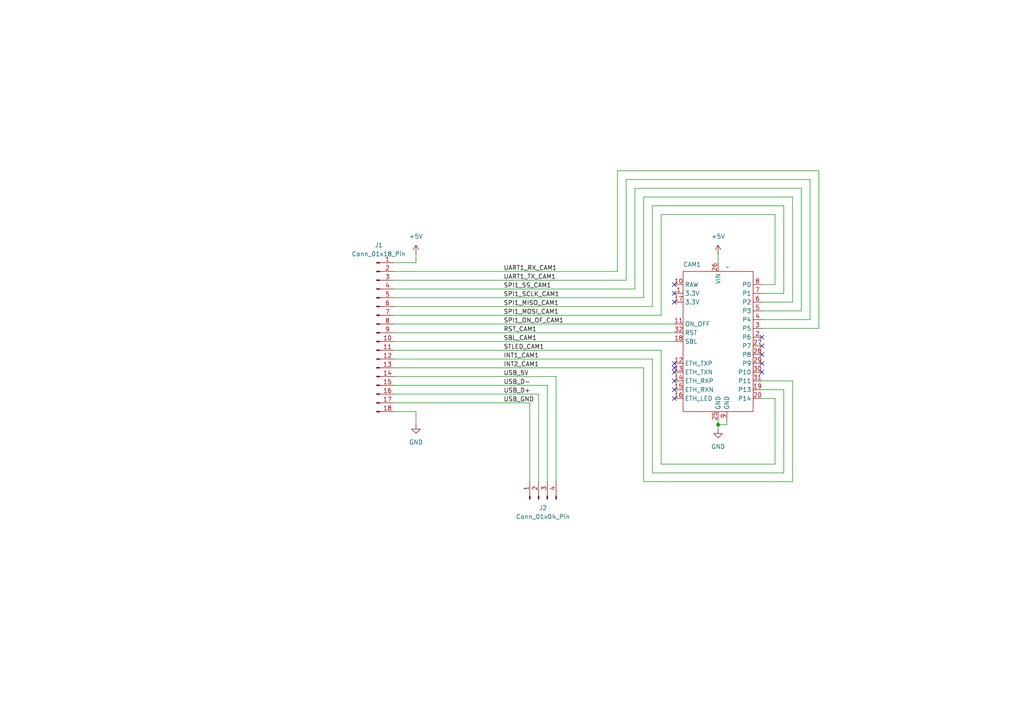
<source format=kicad_sch>
(kicad_sch (version 20250114) (generator "eeschema") (generator_version "9.0")
  (paper "A4")
  (lib_symbols
    (symbol "B.RobotsJr:OpenMV-RT1062"
      (property "Reference" "CAM1" (at -10.16 22.352 0))
      (property "Value" "~" (at 2.1433 21.59 0))
      (symbol "OpenMV-RT1062_0_1"
        (rectangle (start -10.16 20.32) (end 10.16 -20.32))
      )
      (symbol "OpenMV-RT1062_1_1"
        (pin power_out line (at -12.7 16.51 0) (length 2.54) (name "RAW") (number "10"))
        (pin power_out line (at -12.7 13.97 0) (length 2.54) (name "3.3V") (number "1"))
        (pin power_out line (at -12.7 11.43 0) (length 2.54) (name "3.3V") (number "17"))
        (pin input line (at -12.7 5.08 0) (length 2.54) (name "ON_OFF") (number "11"))
        (pin input line (at -12.7 2.54 0) (length 2.54) (name "RST") (number "32"))
        (pin input line (at -12.7 0 0) (length 2.54) (name "SBL") (number "18"))
        (pin output line (at -12.7 -6.35 0) (length 2.54) (name "ETH_TXP") (number "12"))
        (pin output line (at -12.7 -8.89 0) (length 2.54) (name "ETH_TXN") (number "13"))
        (pin output line (at -12.7 -11.43 0) (length 2.54) (name "ETH_RXP") (number "14"))
        (pin output line (at -12.7 -13.97 0) (length 2.54) (name "ETH_RXN") (number "15"))
        (pin output line (at -12.7 -16.51 0) (length 2.54) (name "ETH_LED") (number "16"))
        (pin power_in line (at 0 22.86 270) (length 2.54) (name "VIN") (number "26"))
        (pin power_in line (at 0 -22.86 90) (length 2.54) (name "GND") (number "25"))
        (pin power_out line (at 2.54 -22.86 90) (length 2.54) (name "GND") (number "9"))
        (pin bidirectional line (at 12.7 16.51 180) (length 2.54) (name "P0") (number "8"))
        (pin bidirectional line (at 12.7 13.97 180) (length 2.54) (name "P1") (number "7"))
        (pin bidirectional line (at 12.7 11.43 180) (length 2.54) (name "P2") (number "6"))
        (pin bidirectional line (at 12.7 8.89 180) (length 2.54) (name "P3") (number "5"))
        (pin bidirectional line (at 12.7 6.35 180) (length 2.54) (name "P4") (number "4"))
        (pin bidirectional line (at 12.7 3.81 180) (length 2.54) (name "P5") (number "3"))
        (pin bidirectional line (at 12.7 1.27 180) (length 2.54) (name "P6") (number "2"))
        (pin bidirectional line (at 12.7 -1.27 180) (length 2.54) (name "P7") (number "27"))
        (pin bidirectional line (at 12.7 -3.81 180) (length 2.54) (name "P8") (number "28"))
        (pin bidirectional line (at 12.7 -6.35 180) (length 2.54) (name "P9") (number "29"))
        (pin bidirectional line (at 12.7 -8.89 180) (length 2.54) (name "P10") (number "30"))
        (pin bidirectional line (at 12.7 -11.43 180) (length 2.54) (name "P11") (number "31"))
        (pin input line (at 12.7 -13.97 180) (length 2.54) (name "P13") (number "19"))
        (pin input line (at 12.7 -16.51 180) (length 2.54) (name "P14") (number "20"))
      )
    )
    (symbol "Connector:Conn_01x04_Pin" (pin_names (offset 1.016) (hide yes))
      (property "Reference" "J" (at 0 5.08 0))
      (property "Value" "Conn_01x04_Pin" (at 0 -7.62 0))
      (symbol "Conn_01x04_Pin_1_1"
        (rectangle (start 0.8636 2.667) (end 0 2.413) (stroke (width 0.1524)) (fill (type outline)))
        (rectangle (start 0.8636 0.127) (end 0 -0.127) (stroke (width 0.1524)) (fill (type outline)))
        (rectangle (start 0.8636 -2.413) (end 0 -2.667) (stroke (width 0.1524)) (fill (type outline)))
        (rectangle (start 0.8636 -4.953) (end 0 -5.207) (stroke (width 0.1524)) (fill (type outline)))
        (polyline (pts (xy 1.27 2.54) (xy 0.8636 2.54)) (stroke (width 0.1524)))
        (polyline (pts (xy 1.27 0) (xy 0.8636 0)) (stroke (width 0.1524)))
        (polyline (pts (xy 1.27 -2.54) (xy 0.8636 -2.54)) (stroke (width 0.1524)))
        (polyline (pts (xy 1.27 -5.08) (xy 0.8636 -5.08)) (stroke (width 0.1524)))
        (pin passive line (at 5.08 2.54 180) (length 3.81) (name "Pin_1") (number "1"))
        (pin passive line (at 5.08 0 180) (length 3.81) (name "Pin_2") (number "2"))
        (pin passive line (at 5.08 -2.54 180) (length 3.81) (name "Pin_3") (number "3"))
        (pin passive line (at 5.08 -5.08 180) (length 3.81) (name "Pin_4") (number "4"))
      )
    )
    (symbol "Connector:Conn_01x18_Pin" (pin_names (offset 1.016) (hide yes))
      (property "Reference" "J" (at 0 22.86 0))
      (property "Value" "Conn_01x18_Pin" (at 0 -25.4 0))
      (symbol "Conn_01x18_Pin_1_1"
        (rectangle (start 0.8636 20.447) (end 0 20.193) (stroke (width 0.1524)) (fill (type outline)))
        (rectangle (start 0.8636 17.907) (end 0 17.653) (stroke (width 0.1524)) (fill (type outline)))
        (rectangle (start 0.8636 15.367) (end 0 15.113) (stroke (width 0.1524)) (fill (type outline)))
        (rectangle (start 0.8636 12.827) (end 0 12.573) (stroke (width 0.1524)) (fill (type outline)))
        (rectangle (start 0.8636 10.287) (end 0 10.033) (stroke (width 0.1524)) (fill (type outline)))
        (rectangle (start 0.8636 7.747) (end 0 7.493) (stroke (width 0.1524)) (fill (type outline)))
        (rectangle (start 0.8636 5.207) (end 0 4.953) (stroke (width 0.1524)) (fill (type outline)))
        (rectangle (start 0.8636 2.667) (end 0 2.413) (stroke (width 0.1524)) (fill (type outline)))
        (rectangle (start 0.8636 0.127) (end 0 -0.127) (stroke (width 0.1524)) (fill (type outline)))
        (rectangle (start 0.8636 -2.413) (end 0 -2.667) (stroke (width 0.1524)) (fill (type outline)))
        (rectangle (start 0.8636 -4.953) (end 0 -5.207) (stroke (width 0.1524)) (fill (type outline)))
        (rectangle (start 0.8636 -7.493) (end 0 -7.747) (stroke (width 0.1524)) (fill (type outline)))
        (rectangle (start 0.8636 -10.033) (end 0 -10.287) (stroke (width 0.1524)) (fill (type outline)))
        (rectangle (start 0.8636 -12.573) (end 0 -12.827) (stroke (width 0.1524)) (fill (type outline)))
        (rectangle (start 0.8636 -15.113) (end 0 -15.367) (stroke (width 0.1524)) (fill (type outline)))
        (rectangle (start 0.8636 -17.653) (end 0 -17.907) (stroke (width 0.1524)) (fill (type outline)))
        (rectangle (start 0.8636 -20.193) (end 0 -20.447) (stroke (width 0.1524)) (fill (type outline)))
        (rectangle (start 0.8636 -22.733) (end 0 -22.987) (stroke (width 0.1524)) (fill (type outline)))
        (polyline (pts (xy 1.27 20.32) (xy 0.8636 20.32)) (stroke (width 0.1524)))
        (polyline (pts (xy 1.27 17.78) (xy 0.8636 17.78)) (stroke (width 0.1524)))
        (polyline (pts (xy 1.27 15.24) (xy 0.8636 15.24)) (stroke (width 0.1524)))
        (polyline (pts (xy 1.27 12.7) (xy 0.8636 12.7)) (stroke (width 0.1524)))
        (polyline (pts (xy 1.27 10.16) (xy 0.8636 10.16)) (stroke (width 0.1524)))
        (polyline (pts (xy 1.27 7.62) (xy 0.8636 7.62)) (stroke (width 0.1524)))
        (polyline (pts (xy 1.27 5.08) (xy 0.8636 5.08)) (stroke (width 0.1524)))
        (polyline (pts (xy 1.27 2.54) (xy 0.8636 2.54)) (stroke (width 0.1524)))
        (polyline (pts (xy 1.27 0) (xy 0.8636 0)) (stroke (width 0.1524)))
        (polyline (pts (xy 1.27 -2.54) (xy 0.8636 -2.54)) (stroke (width 0.1524)))
        (polyline (pts (xy 1.27 -5.08) (xy 0.8636 -5.08)) (stroke (width 0.1524)))
        (polyline (pts (xy 1.27 -7.62) (xy 0.8636 -7.62)) (stroke (width 0.1524)))
        (polyline (pts (xy 1.27 -10.16) (xy 0.8636 -10.16)) (stroke (width 0.1524)))
        (polyline (pts (xy 1.27 -12.7) (xy 0.8636 -12.7)) (stroke (width 0.1524)))
        (polyline (pts (xy 1.27 -15.24) (xy 0.8636 -15.24)) (stroke (width 0.1524)))
        (polyline (pts (xy 1.27 -17.78) (xy 0.8636 -17.78)) (stroke (width 0.1524)))
        (polyline (pts (xy 1.27 -20.32) (xy 0.8636 -20.32)) (stroke (width 0.1524)))
        (polyline (pts (xy 1.27 -22.86) (xy 0.8636 -22.86)) (stroke (width 0.1524)))
        (pin passive line (at 5.08 20.32 180) (length 3.81) (name "Pin_1") (number "1"))
        (pin passive line (at 5.08 17.78 180) (length 3.81) (name "Pin_2") (number "2"))
        (pin passive line (at 5.08 15.24 180) (length 3.81) (name "Pin_3") (number "3"))
        (pin passive line (at 5.08 12.7 180) (length 3.81) (name "Pin_4") (number "4"))
        (pin passive line (at 5.08 10.16 180) (length 3.81) (name "Pin_5") (number "5"))
        (pin passive line (at 5.08 7.62 180) (length 3.81) (name "Pin_6") (number "6"))
        (pin passive line (at 5.08 5.08 180) (length 3.81) (name "Pin_7") (number "7"))
        (pin passive line (at 5.08 2.54 180) (length 3.81) (name "Pin_8") (number "8"))
        (pin passive line (at 5.08 0 180) (length 3.81) (name "Pin_9") (number "9"))
        (pin passive line (at 5.08 -2.54 180) (length 3.81) (name "Pin_10") (number "10"))
        (pin passive line (at 5.08 -5.08 180) (length 3.81) (name "Pin_11") (number "11"))
        (pin passive line (at 5.08 -7.62 180) (length 3.81) (name "Pin_12") (number "12"))
        (pin passive line (at 5.08 -10.16 180) (length 3.81) (name "Pin_13") (number "13"))
        (pin passive line (at 5.08 -12.7 180) (length 3.81) (name "Pin_14") (number "14"))
        (pin passive line (at 5.08 -15.24 180) (length 3.81) (name "Pin_15") (number "15"))
        (pin passive line (at 5.08 -17.78 180) (length 3.81) (name "Pin_16") (number "16"))
        (pin passive line (at 5.08 -20.32 180) (length 3.81) (name "Pin_17") (number "17"))
        (pin passive line (at 5.08 -22.86 180) (length 3.81) (name "Pin_18") (number "18"))
      )
    )
    (symbol "power:+5V" (power) (pin_numbers (hide yes)) (pin_names (offset 0) (hide yes))
      (property "Value" "+5V" (at 0 3.556 0))
      (symbol "+5V_0_1"
        (polyline (pts (xy -0.762 1.27) (xy 0 2.54)))
        (polyline (pts (xy 0 2.54) (xy 0.762 1.27)))
        (polyline (pts (xy 0 0) (xy 0 2.54)))
      )
      (symbol "+5V_1_1"
        (pin power_in line (at 0 0 90) (length 0) (name "~") (number "1"))
      )
    )
    (symbol "power:GND" (power) (pin_numbers (hide yes)) (pin_names (offset 0) (hide yes))
      (property "Value" "GND" (at 0 -3.81 0))
      (symbol "GND_0_1"
        (polyline (pts (xy 0 0) (xy 0 -1.27) (xy 1.27 -1.27) (xy 0 -2.54) (xy -1.27 -1.27) (xy 0 -1.27)))
      )
      (symbol "GND_1_1"
        (pin power_in line (at 0 0 270) (length 0) (name "~") (number "1"))
      )
    )
  )
  (junction (at 208.28 123.19))
  (no_connect (at 220.98 105.41))
  (no_connect (at 195.58 113.03))
  (no_connect (at 220.98 102.87))
  (no_connect (at 195.58 107.95))
  (no_connect (at 220.98 107.95))
  (no_connect (at 220.98 100.33))
  (no_connect (at 220.98 97.79))
  (no_connect (at 195.58 115.57))
  (no_connect (at 195.58 106.68))
  (no_connect (at 195.58 105.41))
  (no_connect (at 195.58 85.09))
  (no_connect (at 195.58 82.55))
  (no_connect (at 195.58 110.49))
  (no_connect (at 195.58 87.63))
  (wire (pts (xy 189.23 59.69) (xy 189.23 88.9)))
  (wire (pts (xy 227.33 59.69) (xy 189.23 59.69)))
  (wire (pts (xy 158.75 111.76) (xy 158.75 139.7)))
  (wire (pts (xy 191.77 134.62) (xy 191.77 101.6)))
  (wire (pts (xy 120.65 76.2) (xy 120.65 73.66)))
  (wire (pts (xy 114.3 93.98) (xy 195.58 93.98)))
  (wire (pts (xy 210.82 123.19) (xy 210.82 121.92)))
  (wire (pts (xy 189.23 137.16) (xy 189.23 104.14)))
  (wire (pts (xy 220.98 92.71) (xy 234.95 92.71)))
  (wire (pts (xy 186.69 139.7) (xy 186.69 106.68)))
  (wire (pts (xy 114.3 114.3) (xy 156.21 114.3)))
  (wire (pts (xy 229.87 87.63) (xy 229.87 57.15)))
  (wire (pts (xy 227.33 113.03) (xy 227.33 137.16)))
  (wire (pts (xy 186.69 57.15) (xy 186.69 86.36)))
  (wire (pts (xy 237.49 49.53) (xy 179.07 49.53)))
  (wire (pts (xy 224.79 62.23) (xy 191.77 62.23)))
  (wire (pts (xy 114.3 119.38) (xy 120.65 119.38)))
  (wire (pts (xy 153.67 116.84) (xy 153.67 139.7)))
  (wire (pts (xy 224.79 82.55) (xy 224.79 62.23)))
  (wire (pts (xy 220.98 82.55) (xy 224.79 82.55)))
  (wire (pts (xy 114.3 83.82) (xy 184.15 83.82)))
  (wire (pts (xy 114.3 116.84) (xy 153.67 116.84)))
  (wire (pts (xy 161.29 109.22) (xy 161.29 139.7)))
  (wire (pts (xy 208.28 121.92) (xy 208.28 123.19)))
  (wire (pts (xy 120.65 119.38) (xy 120.65 123.19)))
  (wire (pts (xy 220.98 113.03) (xy 227.33 113.03)))
  (wire (pts (xy 114.3 86.36) (xy 186.69 86.36)))
  (wire (pts (xy 234.95 92.71) (xy 234.95 52.07)))
  (wire (pts (xy 156.21 114.3) (xy 156.21 139.7)))
  (wire (pts (xy 227.33 137.16) (xy 189.23 137.16)))
  (wire (pts (xy 114.3 88.9) (xy 189.23 88.9)))
  (wire (pts (xy 208.28 123.19) (xy 208.28 124.46)))
  (wire (pts (xy 237.49 95.25) (xy 237.49 49.53)))
  (wire (pts (xy 220.98 85.09) (xy 227.33 85.09)))
  (wire (pts (xy 114.3 101.6) (xy 191.77 101.6)))
  (wire (pts (xy 114.3 109.22) (xy 161.29 109.22)))
  (wire (pts (xy 220.98 115.57) (xy 224.79 115.57)))
  (wire (pts (xy 220.98 110.49) (xy 229.87 110.49)))
  (wire (pts (xy 229.87 110.49) (xy 229.87 139.7)))
  (wire (pts (xy 179.07 49.53) (xy 179.07 78.74)))
  (wire (pts (xy 184.15 54.61) (xy 184.15 83.82)))
  (wire (pts (xy 220.98 95.25) (xy 237.49 95.25)))
  (wire (pts (xy 232.41 90.17) (xy 232.41 54.61)))
  (wire (pts (xy 114.3 111.76) (xy 158.75 111.76)))
  (wire (pts (xy 229.87 57.15) (xy 186.69 57.15)))
  (wire (pts (xy 191.77 62.23) (xy 191.77 91.44)))
  (wire (pts (xy 114.3 81.28) (xy 181.61 81.28)))
  (wire (pts (xy 227.33 85.09) (xy 227.33 59.69)))
  (wire (pts (xy 114.3 106.68) (xy 186.69 106.68)))
  (wire (pts (xy 114.3 76.2) (xy 120.65 76.2)))
  (wire (pts (xy 224.79 134.62) (xy 191.77 134.62)))
  (wire (pts (xy 114.3 99.06) (xy 195.58 99.06)))
  (wire (pts (xy 220.98 90.17) (xy 232.41 90.17)))
  (wire (pts (xy 234.95 52.07) (xy 181.61 52.07)))
  (wire (pts (xy 229.87 139.7) (xy 186.69 139.7)))
  (wire (pts (xy 208.28 73.66) (xy 208.28 76.2)))
  (wire (pts (xy 224.79 115.57) (xy 224.79 134.62)))
  (wire (pts (xy 232.41 54.61) (xy 184.15 54.61)))
  (wire (pts (xy 208.28 123.19) (xy 210.82 123.19)))
  (wire (pts (xy 114.3 104.14) (xy 189.23 104.14)))
  (wire (pts (xy 114.3 91.44) (xy 191.77 91.44)))
  (wire (pts (xy 114.3 96.52) (xy 195.58 96.52)))
  (wire (pts (xy 181.61 52.07) (xy 181.61 81.28)))
  (wire (pts (xy 220.98 87.63) (xy 229.87 87.63)))
  (wire (pts (xy 114.3 78.74) (xy 179.07 78.74)))
  (label "SPI1_MISO_CAM1" (at 146.05 88.9 0))
  (label "SPI1_MOSI_CAM1" (at 146.05 91.44 0))
  (label "SPI1_SCLK_CAM1" (at 146.05 86.36 0))
  (label "USB_D+" (at 146.05 114.3 0))
  (label "USB_D-" (at 146.05 111.76 0))
  (label "USB_5V" (at 146.05 109.22 0))
  (label "SBL_CAM1" (at 146.05 99.06 0))
  (label "SPI1_ON_OF_CAM1" (at 146.05 93.98 0))
  (label "INT2_CAM1" (at 146.05 106.68 0))
  (label "INT1_CAM1" (at 146.05 104.14 0))
  (label "STLED_CAM1" (at 146.05 101.6 0))
  (label "USB_GND" (at 146.05 116.84 0))
  (label "UART1_RX_CAM1" (at 146.05 78.74 0))
  (label "UART1_TX_CAM1" (at 146.05 81.28 0))
  (label "RST_CAM1" (at 146.05 96.52 0))
  (label "SPI1_SS_CAM1" (at 146.05 83.82 0))
  (symbol (lib_id "B.RobotsJr:OpenMV-RT1062") (at 208.28 99.06 0) (unit 1)
    (property "Reference" "CAM1" (at 198.12 76.708 0) (effects (justify left)))
    (property "Value" "~" (at 210.4233 77.47 0) (effects (justify left)))
  )
  (symbol (lib_id "Connector:Conn_01x04_Pin") (at 156.21 144.78 90) (unit 1)
    (property "Reference" "J2" (at 157.48 147.32 90))
    (property "Value" "Conn_01x04_Pin" (at 157.48 149.86 90))
    (property "Description" "Generic connector, single row, 01x04, script generated" (effects (hide yes)))
  )
  (symbol (lib_id "Connector:Conn_01x18_Pin") (at 109.22 96.52 0) (unit 1)
    (property "Reference" "J1" (at 109.855 71.12 0))
    (property "Value" "Conn_01x18_Pin" (at 109.855 73.66 0))
    (property "Footprint" "Connector_PinSocket_2.54mm:PinSocket_2x08_P2.54mm_Vertical" (effects (hide yes)))
    (property "Description" "Generic connector, single row, 01x18, script generated" (effects (hide yes)))
  )
  (symbol (lib_id "power:GND") (at 208.28 124.46 0) (unit 1)
    (property "Reference" "#PWR01" (effects (hide yes)))
    (property "Value" "GND" (at 208.28 129.54 0))
    (property "Description" "Power symbol creates a global label with name \"GND\" , ground" (effects (hide yes)))
  )
  (symbol (lib_id "power:+5V") (at 120.65 73.66 0) (unit 1)
    (property "Reference" "#PWR03" (effects (hide yes)))
    (property "Value" "+5V" (at 120.65 68.58 0))
    (property "Description" "Power symbol creates a global label with name \"+5V\"" (effects (hide yes)))
  )
  (symbol (lib_id "power:GND") (at 120.65 123.19 0) (unit 1)
    (property "Reference" "#PWR04" (effects (hide yes)))
    (property "Value" "GND" (at 120.65 128.27 0))
    (property "Description" "Power symbol creates a global label with name \"GND\" , ground" (effects (hide yes)))
  )
  (symbol (lib_id "power:+5V") (at 208.28 73.66 0) (unit 1)
    (property "Reference" "#PWR02" (effects (hide yes)))
    (property "Value" "+5V" (at 208.28 68.58 0))
    (property "Description" "Power symbol creates a global label with name \"+5V\"" (effects (hide yes)))
  )
)
</source>
